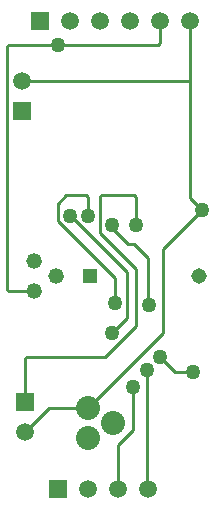
<source format=gbl>
G04*
G04 #@! TF.GenerationSoftware,Altium Limited,Altium Designer,21.6.4 (81)*
G04*
G04 Layer_Physical_Order=2*
G04 Layer_Color=16711680*
%FSLAX44Y44*%
%MOMM*%
G71*
G04*
G04 #@! TF.SameCoordinates,073C951C-5C20-447E-A696-C34FD3CAFB66*
G04*
G04*
G04 #@! TF.FilePolarity,Positive*
G04*
G01*
G75*
%ADD10C,0.2540*%
%ADD11C,1.3208*%
%ADD12C,1.5000*%
%ADD13R,1.5000X1.5000*%
%ADD14R,1.5000X1.5000*%
%ADD15C,2.0320*%
%ADD16R,1.3080X1.3080*%
%ADD17C,1.3080*%
%ADD18C,1.2700*%
D10*
X109220Y167640D02*
Y206612D01*
X76435Y254235D02*
Y270057D01*
X61832Y254000D02*
X109220Y206612D01*
X74947Y271545D02*
X76435Y270057D01*
X76200Y254000D02*
X76435Y254235D01*
X60960Y254000D02*
X61832D01*
X87848Y271780D02*
X115545D01*
X86360Y239632D02*
X116840Y209152D01*
X86360Y270292D02*
X87848Y271780D01*
X117033Y246380D02*
Y270292D01*
X96713Y243647D02*
X110192Y230168D01*
X86360Y239632D02*
Y270292D01*
X96713Y243647D02*
Y246380D01*
X50800Y264105D02*
X58239Y271545D01*
X74947D01*
X50800Y249792D02*
X99060Y201532D01*
X50800Y249792D02*
Y264105D01*
X99060Y180340D02*
Y201532D01*
X116840Y160892D02*
Y209152D01*
X115545Y271780D02*
X117033Y270292D01*
X96520Y154940D02*
X109220Y167640D01*
X110192Y230168D02*
X115272D01*
X127000Y218440D01*
X90568Y134620D02*
X116840Y160892D01*
X127000Y179468D02*
X127834Y178634D01*
X127000Y179468D02*
Y218440D01*
X76200Y91440D02*
X139700Y154940D01*
Y226060D02*
X172720Y259080D01*
X139700Y154940D02*
Y226060D01*
X126384Y123844D02*
X126692Y123535D01*
Y23168D02*
X127000Y22860D01*
X126692Y23168D02*
Y123535D01*
X137160Y134620D02*
X149860Y121920D01*
X165100D01*
X24348Y134620D02*
X90568D01*
X101600Y60075D02*
X114254Y72729D01*
Y109321D01*
X101600Y22860D02*
Y60075D01*
X22860Y96520D02*
Y133132D01*
X24348Y134620D01*
X43180Y91440D02*
X76200D01*
X22860Y71120D02*
X43180Y91440D01*
X7620Y191988D02*
X9108Y190500D01*
X7620Y191988D02*
Y397292D01*
X9108Y190500D02*
X30480D01*
X7620Y397292D02*
X9108Y398780D01*
X50800D01*
X162560Y368300D02*
Y419100D01*
Y269240D02*
Y368300D01*
X20320D02*
X162560D01*
Y269240D02*
X172720Y259080D01*
X50800Y398780D02*
X135672D01*
X137160Y400268D02*
Y419100D01*
X135672Y398780D02*
X137160Y400268D01*
D11*
X30480Y190500D02*
D03*
X49530Y203200D02*
D03*
X30480Y215900D02*
D03*
D12*
X162560Y419100D02*
D03*
X137160D02*
D03*
X111760D02*
D03*
X86360D02*
D03*
X60960D02*
D03*
X20320Y368300D02*
D03*
X22860Y71120D02*
D03*
X76200Y22860D02*
D03*
X101600D02*
D03*
X127000D02*
D03*
D13*
X35560Y419100D02*
D03*
X50800Y22860D02*
D03*
D14*
X20320Y342900D02*
D03*
X22860Y96520D02*
D03*
D15*
X76200Y66040D02*
D03*
X97790Y78740D02*
D03*
X76200Y91440D02*
D03*
D16*
X78060Y203200D02*
D03*
D17*
X170860D02*
D03*
D18*
X76200Y254000D02*
D03*
X117033Y246380D02*
D03*
X96713D02*
D03*
X60960Y254000D02*
D03*
X99060Y180340D02*
D03*
X127834Y178634D02*
D03*
X126384Y123844D02*
D03*
X137160Y134620D02*
D03*
X96520Y154940D02*
D03*
X114254Y109321D02*
D03*
X165100Y121920D02*
D03*
X50800Y398780D02*
D03*
X172720Y259080D02*
D03*
M02*

</source>
